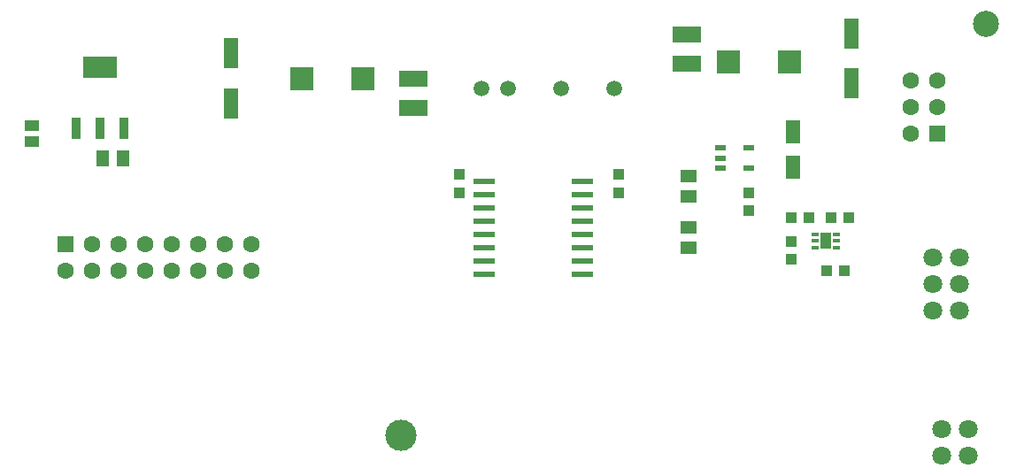
<source format=gts>
G04 DipTrace 2.4.0.2*
%INDaughter-IsolatedUART.GTS*%
%MOMM*%
%ADD15C,1.5*%
%ADD21R,2.7X1.6*%
%ADD22R,1.4X2.85*%
%ADD23R,1.3X1.5*%
%ADD24R,1.0X1.1*%
%ADD25R,1.4X2.25*%
%ADD26R,1.1X1.0*%
%ADD27R,1.5X1.3*%
%ADD28R,1.6X1.6*%
%ADD29C,1.6*%
%ADD30C,1.8*%
%ADD31R,1.35X1.0*%
%ADD32R,2.2X2.2*%
%ADD34R,0.95X2.15*%
%ADD35R,3.25X2.15*%
%ADD36R,2.0X0.6*%
%ADD37R,1.1X0.6*%
%ADD38R,0.7X0.3*%
%ADD39R,1.0X1.6*%
%ADD42C,3.0*%
%ADD43C,2.5*%
%FSLAX53Y53*%
G04*
G71*
G90*
G75*
G01*
%LNTopMask*%
%LPD*%
D21*
X40164Y37783D3*
Y34983D3*
X66358Y39211D3*
Y42011D3*
D22*
X82074Y37306D3*
Y42110D3*
D23*
X12382Y30163D3*
X10482D3*
D24*
X44613Y28578D3*
Y26878D3*
D22*
X22701Y40205D3*
Y35401D3*
D24*
X72239Y26832D3*
Y25132D3*
D25*
X76526Y32707D3*
Y29307D3*
D24*
X76367Y20482D3*
Y22181D3*
D26*
X81447Y19370D3*
X79747D3*
D24*
X59855Y28578D3*
Y26878D3*
D27*
X66516Y26511D3*
Y28411D3*
D42*
X39000Y3600D3*
D43*
X95000Y43000D3*
D28*
X90338Y32547D3*
D29*
X87798D3*
X90338Y35087D3*
X87798D3*
X90338Y37627D3*
X87798D3*
X6900Y19390D3*
D28*
Y21930D3*
D29*
X9440Y19390D3*
Y21930D3*
X11980Y19390D3*
Y21930D3*
X14520Y19390D3*
Y21930D3*
X17060Y19390D3*
Y21930D3*
X19600Y19390D3*
Y21930D3*
X22140Y19390D3*
Y21930D3*
X24680Y19390D3*
Y21930D3*
D30*
X89862Y15559D3*
X92402D3*
X89862Y18099D3*
X92402D3*
X89862Y20639D3*
X92402D3*
D31*
X3651Y31750D3*
Y33250D3*
D32*
X29527Y37782D3*
X35328D3*
X70326Y39370D3*
X76126D3*
D27*
X66516Y23495D3*
Y21595D3*
D26*
X76367Y24451D3*
X78067D3*
X80177D3*
X81877D3*
D34*
X7902Y33059D3*
X10202D3*
X12502D3*
D35*
X10202Y38859D3*
D30*
X93270Y1730D3*
X90730D3*
Y4270D3*
X93270D3*
D36*
X46995Y27943D3*
Y26673D3*
Y25403D3*
Y24133D3*
Y22863D3*
Y21593D3*
Y20323D3*
Y19053D3*
X56395D3*
Y20323D3*
Y21593D3*
Y22863D3*
Y24133D3*
Y25403D3*
Y26673D3*
Y27943D3*
D37*
X69540Y31119D3*
Y30169D3*
Y29219D3*
X72240D3*
Y31119D3*
D38*
X80653Y21593D3*
Y22243D3*
Y22893D3*
X78603D3*
Y22243D3*
Y21593D3*
D39*
X79628Y22243D3*
D15*
X46677Y36834D3*
X49217D3*
X54297D3*
X59377D3*
M02*

</source>
